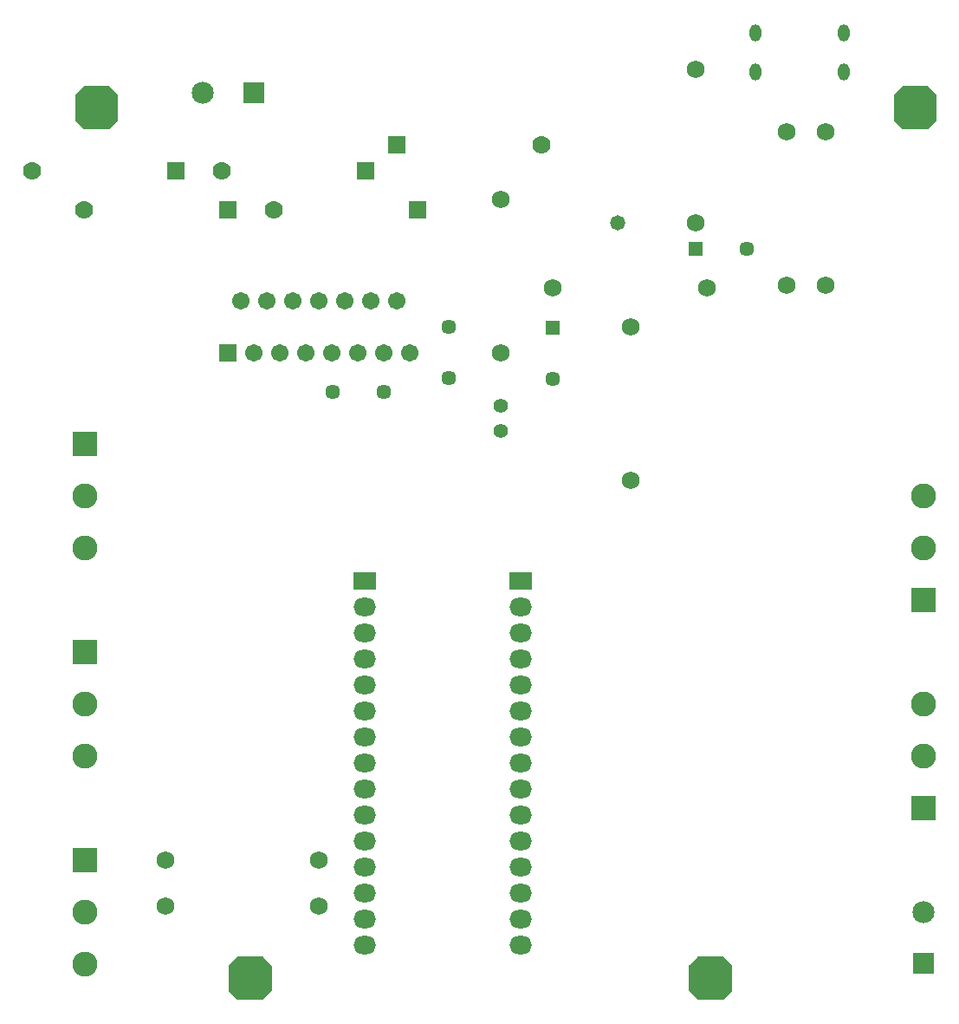
<source format=gbs>
%FSLAX66Y66*%
%MOIN*%
%SFA1B1*%

%IPPOS*%
%AMD22*
4,1,8,0.000000,-0.033500,0.000000,-0.033500,0.021700,-0.011800,0.021700,0.011800,0.000000,0.033500,0.000000,0.033500,-0.021700,0.011800,-0.021700,-0.011800,0.000000,-0.033500,0.0*
1,1,0.043307,0.000000,-0.011800*
1,1,0.043307,0.000000,-0.011800*
1,1,0.043307,0.000000,0.011800*
1,1,0.043307,0.000000,0.011800*
%
G04~CAMADD=22~8~0.0~0.0~433.1~669.3~216.5~0.0~15~0.0~0.0~0.0~0.0~0~0.0~0.0~0.0~0.0~0~0.0~0.0~0.0~180.0~434.0~669.0*
%ADD22D22*%
%ADD23O,0.086740X0.070992*%
%ADD24R,0.086740X0.070992*%
%ADD25C,0.057212*%
%ADD26R,0.057212X0.057212*%
%ADD27R,0.067055X0.067055*%
%ADD28C,0.067055*%
%ADD29R,0.070008X0.070008*%
%ADD30C,0.070008*%
%ADD31C,0.068000*%
%ADD32R,0.057212X0.057212*%
%ADD33C,0.055244*%
%ADD34C,0.084771*%
%ADD35R,0.084771X0.084771*%
%ADD36R,0.096582X0.096582*%
%ADD37C,0.096582*%
%ADD38R,0.084771X0.084771*%
%ADD39C,0.058000*%
%LNplatine-1*%
%LPD*%
G36*
X3591074Y3626023D02*
X3591590Y3625921D01*
X3592086Y3625751*
X3592555Y3625519*
X3592992Y3625228*
X3593385Y3624881*
X3624881Y3593385*
X3625228Y3592992*
X3625519Y3592555*
X3625751Y3592086*
X3625921Y3591590*
X3626023Y3591074*
X3626055Y3590551*
Y3496062*
X3626023Y3495539*
X3625921Y3495027*
X3625751Y3494527*
X3625519Y3494059*
X3625228Y3493622*
X3624881Y3493228*
X3593385Y3461732*
X3592992Y3461385*
X3592555Y3461094*
X3592086Y3460862*
X3591590Y3460692*
X3591074Y3460590*
X3590551Y3460559*
X3496062*
X3495539Y3460590*
X3495027Y3460692*
X3494527Y3460862*
X3494059Y3461094*
X3493622Y3461385*
X3493228Y3461732*
X3461732Y3493228*
X3461385Y3493622*
X3461094Y3494059*
X3460862Y3494527*
X3460692Y3495027*
X3460590Y3495539*
X3460559Y3496062*
Y3590551*
X3460590Y3591074*
X3460692Y3591590*
X3460862Y3592086*
X3461094Y3592555*
X3461385Y3592992*
X3461732Y3593385*
X3493228Y3624881*
X3493622Y3625228*
X3494059Y3625519*
X3494527Y3625751*
X3495027Y3625921*
X3495539Y3626023*
X3496062Y3626055*
X3590551*
X3591074Y3626023*
G37*
G36*
X441468D02*
X441984Y3625921D01*
X442480Y3625751*
X442948Y3625519*
X443385Y3625228*
X443779Y3624881*
X475275Y3593385*
X475622Y3592992*
X475913Y3592555*
X476145Y3592086*
X476311Y3591590*
X476417Y3591074*
X476448Y3590551*
Y3496062*
X476417Y3495539*
X476311Y3495027*
X476145Y3494527*
X475913Y3494059*
X475622Y3493622*
X475275Y3493228*
X443779Y3461732*
X443385Y3461385*
X442948Y3461094*
X442480Y3460862*
X441984Y3460692*
X441468Y3460590*
X440944Y3460559*
X346456*
X345933Y3460590*
X345421Y3460692*
X344921Y3460862*
X344452Y3461094*
X344015Y3461385*
X343622Y3461732*
X312125Y3493228*
X311779Y3493622*
X311488Y3494059*
X311255Y3494527*
X311086Y3495027*
X310988Y3495539*
X310952Y3496062*
Y3590551*
X310988Y3591074*
X311086Y3591590*
X311255Y3592086*
X311488Y3592555*
X311779Y3592992*
X312125Y3593385*
X343622Y3624881*
X344015Y3625228*
X344452Y3625519*
X344921Y3625751*
X345421Y3625921*
X345933Y3626023*
X346456Y3626055*
X440944*
X441468Y3626023*
G37*
G36*
X2803673Y279562D02*
X2804185Y279464D01*
X2804685Y279295*
X2805153Y279062*
X2805590Y278771*
X2805984Y278425*
X2837480Y246929*
X2837826Y246535*
X2838118Y246098*
X2838350Y245629*
X2838519Y245133*
X2838622Y244618*
X2838653Y244094*
Y149606*
X2838622Y149082*
X2838519Y148566*
X2838350Y148070*
X2838118Y147602*
X2837826Y147165*
X2837480Y146771*
X2805984Y115275*
X2805590Y114929*
X2805153Y114637*
X2804685Y114405*
X2804185Y114236*
X2803673Y114133*
X2803149Y114102*
X2708661*
X2708137Y114133*
X2707622Y114236*
X2707125Y114405*
X2706657Y114637*
X2706220Y114929*
X2705826Y115275*
X2674330Y146771*
X2673984Y147165*
X2673692Y147602*
X2673460Y148070*
X2673291Y148566*
X2673188Y149082*
X2673157Y149606*
Y244094*
X2673188Y244618*
X2673291Y245133*
X2673460Y245629*
X2673692Y246098*
X2673984Y246535*
X2674330Y246929*
X2705826Y278425*
X2706220Y278771*
X2706657Y279062*
X2707125Y279295*
X2707622Y279464*
X2708137Y279562*
X2708661Y279598*
X2803149*
X2803673Y279562*
G37*
G36*
X1032019D02*
X1032535Y279464D01*
X1033031Y279295*
X1033500Y279062*
X1033937Y278771*
X1034330Y278425*
X1065826Y246929*
X1066173Y246535*
X1066464Y246098*
X1066696Y245629*
X1066866Y245133*
X1066968Y244618*
X1067000Y244094*
Y149606*
X1066968Y149082*
X1066866Y148566*
X1066696Y148070*
X1066464Y147602*
X1066173Y147165*
X1065826Y146771*
X1034330Y115275*
X1033937Y114929*
X1033500Y114637*
X1033031Y114405*
X1032535Y114236*
X1032019Y114133*
X1031496Y114102*
X937007*
X936484Y114133*
X935968Y114236*
X935472Y114405*
X935003Y114637*
X934566Y114929*
X934173Y115275*
X902677Y146771*
X902330Y147165*
X902039Y147602*
X901807Y148070*
X901637Y148566*
X901535Y149082*
X901503Y149606*
Y244094*
X901535Y244618*
X901637Y245133*
X901807Y245629*
X902039Y246098*
X902330Y246535*
X902677Y246929*
X934173Y278425*
X934566Y278771*
X935003Y279062*
X935472Y279295*
X935968Y279464*
X936484Y279562*
X937007Y279598*
X1031496*
X1032019Y279562*
G37*
G54D22*
X3270078Y3681889D03*
X2929921D03*
X3270078Y3831496D03*
X2929921D03*
G54D23*
X2025000Y325000D03*
Y425000D03*
Y525000D03*
Y625000D03*
Y725000D03*
Y825000D03*
Y925000D03*
Y1025000D03*
Y1125000D03*
Y1225000D03*
Y1325000D03*
Y1425000D03*
Y1525000D03*
Y1625000D03*
X1425000Y325000D03*
Y425000D03*
Y525000D03*
Y625000D03*
Y725000D03*
Y825000D03*
Y925000D03*
Y1025000D03*
Y1125000D03*
Y1225000D03*
Y1325000D03*
Y1425000D03*
Y1525000D03*
Y1625000D03*
G54D24*
X2025000Y1725000D03*
X1425000D03*
G54D25*
X2150000Y2500000D03*
X1750000Y2503149D03*
Y2700000D03*
X1498425Y2450000D03*
X1301574D03*
X2896850Y3000000D03*
G54D26*
X2150000Y2696850D03*
G54D27*
X900000Y2600000D03*
G54D28*
X950000Y2800000D03*
X1000000Y2600000D03*
X1050000Y2800000D03*
X1100000Y2600000D03*
X1150000Y2800000D03*
X1200000Y2600000D03*
X1250000Y2800000D03*
X1300000Y2600000D03*
X1350000Y2800000D03*
X1400000Y2600000D03*
X1450000Y2800000D03*
X1500000Y2600000D03*
X1550000Y2800000D03*
X1600000Y2600000D03*
G54D29*
X1430118Y3300000D03*
X1550000Y3400000D03*
X900000Y3150000D03*
X1630118D03*
X700000Y3300000D03*
G54D30*
X875000Y3300000D03*
X2105118Y3400000D03*
X344881Y3150000D03*
X1075000D03*
X144881Y3300000D03*
G54D31*
X2700000Y3100000D03*
Y3690551D03*
X3200000Y2859448D03*
Y3450000D03*
X3050000Y2859448D03*
Y3450000D03*
X1950000Y3190551D03*
Y2600000D03*
X2740551Y2850000D03*
X2150000D03*
X2450000Y2109448D03*
Y2700000D03*
X659448Y650000D03*
X1250000D03*
X659448Y475000D03*
X1250000D03*
G54D32*
X2700000Y3000000D03*
G54D33*
X1950000Y2398425D03*
Y2300000D03*
G54D34*
X803149Y3600000D03*
X3575000Y450000D03*
G54D35*
X1000000Y3600000D03*
G54D36*
X350000Y2250000D03*
Y1450000D03*
Y650000D03*
X3575000Y1650000D03*
Y850000D03*
G54D37*
X350000Y2050000D03*
Y1850000D03*
Y1250000D03*
Y1050000D03*
Y450000D03*
Y250000D03*
X3575000Y1850000D03*
Y2050000D03*
Y1050000D03*
Y1250000D03*
G54D38*
X3575000Y253149D03*
G54D39*
X2400000Y3100000D03*
M02*
</source>
